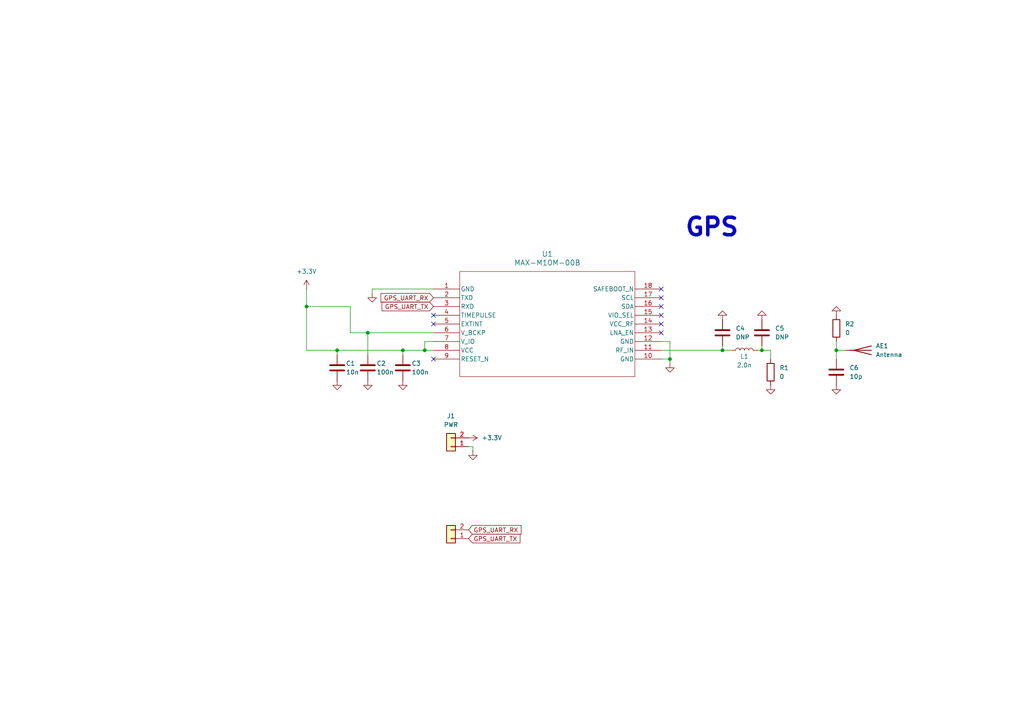
<source format=kicad_sch>
(kicad_sch (version 20231120) (generator "eeschema") (generator_version "8.0")
  (paper "A4")
  (lib_symbols
    (symbol "Connector_Generic:Conn_01x02" (pin_names (offset 1.016) hide)
      (property "Reference" "J" (at 0 2.54 0))
      (property "Value" "Conn_01x02" (at 0 -5.08 0))
      (symbol "Conn_01x02_1_1"
        (rectangle (start -1.27 -2.413) (end 0 -2.667) (stroke (width 0.1524)))
        (rectangle (start -1.27 0.127) (end 0 -0.127) (stroke (width 0.1524)))
        (rectangle (start -1.27 1.27) (end 1.27 -3.81) (stroke (width 0.254)) (fill (type background)))
        (pin passive line (at -5.08 0 0) (length 3.81) (name "Pin_1") (number "1"))
        (pin passive line (at -5.08 -2.54 0) (length 3.81) (name "Pin_2") (number "2"))
      )
    )
    (symbol "Device:Antenna" (pin_numbers hide) (pin_names (offset 1.016) hide)
      (property "Reference" "AE" (at -1.905 1.905 0))
      (property "Value" "Antenna" (at -1.905 0 0))
      (symbol "Antenna_0_1"
        (polyline (pts (xy 0 2.54) (xy 0 -3.81)) (stroke (width 0.254)))
        (polyline (pts (xy 1.27 2.54) (xy 0 -2.54) (xy -1.27 2.54)) (stroke (width 0.254)))
      )
      (symbol "Antenna_1_1"
        (pin input line (at 0 -5.08 90) (length 2.54) (name "A") (number "1"))
      )
    )
    (symbol "Device:C" (pin_numbers hide) (pin_names (offset 0.254))
      (property "Reference" "C" (at 0.635 2.54 0))
      (property "Value" "C" (at 0.635 -2.54 0))
      (symbol "C_0_1"
        (polyline (pts (xy -2.032 -0.762) (xy 2.032 -0.762)) (stroke (width 0.508)))
        (polyline (pts (xy -2.032 0.762) (xy 2.032 0.762)) (stroke (width 0.508)))
      )
      (symbol "C_1_1"
        (pin passive line (at 0 3.81 270) (length 2.794) (name "~") (number "1"))
        (pin passive line (at 0 -3.81 90) (length 2.794) (name "~") (number "2"))
      )
    )
    (symbol "Device:L" (pin_numbers hide) (pin_names (offset 1.016) hide)
      (property "Reference" "L" (at -1.27 0 90))
      (property "Value" "L" (at 1.905 0 90))
      (symbol "L_0_1"
        (arc (start 0 -2.54) (mid 0.6323 -1.905) (end 0 -1.27))
        (arc (start 0 -1.27) (mid 0.6323 -0.635) (end 0 0))
        (arc (start 0 0) (mid 0.6323 0.635) (end 0 1.27))
        (arc (start 0 1.27) (mid 0.6323 1.905) (end 0 2.54))
      )
      (symbol "L_1_1"
        (pin passive line (at 0 3.81 270) (length 1.27) (name "1") (number "1"))
        (pin passive line (at 0 -3.81 90) (length 1.27) (name "2") (number "2"))
      )
    )
    (symbol "Device:R" (pin_numbers hide) (pin_names (offset 0))
      (property "Reference" "R" (at 2.032 0 90))
      (property "Value" "R" (at 0 0 90))
      (symbol "R_0_1"
        (rectangle (start -1.016 -2.54) (end 1.016 2.54) (stroke (width 0.254)))
      )
      (symbol "R_1_1"
        (pin passive line (at 0 3.81 270) (length 1.27) (name "~") (number "1"))
        (pin passive line (at 0 -3.81 90) (length 1.27) (name "~") (number "2"))
      )
    )
    (symbol "MAX-M10M:MAX-M10M-00B" (pin_names (offset 0.254))
      (property "Reference" "U" (at 33.02 10.16 0))
      (property "Value" "MAX-M10M-00B" (at 33.02 7.62 0))
      (symbol "MAX-M10M-00B_0_1"
        (polyline (pts (xy 7.62 -25.4) (xy 58.42 -25.4)) (stroke (width 0.127)))
        (polyline (pts (xy 7.62 5.08) (xy 7.62 -25.4)) (stroke (width 0.127)))
        (polyline (pts (xy 58.42 -25.4) (xy 58.42 5.08)) (stroke (width 0.127)))
        (polyline (pts (xy 58.42 5.08) (xy 7.62 5.08)) (stroke (width 0.127)))
        (pin power_out line (at 0 0 0) (length 7.62) (name "GND") (number "1"))
        (pin power_out line (at 66.04 -20.32 180) (length 7.62) (name "GND") (number "10"))
        (pin input line (at 66.04 -17.78 180) (length 7.62) (name "RF_IN") (number "11"))
        (pin power_out line (at 66.04 -15.24 180) (length 7.62) (name "GND") (number "12"))
        (pin output line (at 66.04 -12.7 180) (length 7.62) (name "LNA_EN") (number "13"))
        (pin output line (at 66.04 -10.16 180) (length 7.62) (name "VCC_RF") (number "14"))
        (pin input line (at 66.04 -7.62 180) (length 7.62) (name "VIO_SEL") (number "15"))
        (pin bidirectional line (at 66.04 -5.08 180) (length 7.62) (name "SDA") (number "16"))
        (pin input line (at 66.04 -2.54 180) (length 7.62) (name "SCL") (number "17"))
        (pin input line (at 66.04 0 180) (length 7.62) (name "SAFEBOOT_N") (number "18"))
        (pin output line (at 0 -2.54 0) (length 7.62) (name "TXD") (number "2"))
        (pin input line (at 0 -5.08 0) (length 7.62) (name "RXD") (number "3"))
        (pin output line (at 0 -7.62 0) (length 7.62) (name "TIMEPULSE") (number "4"))
        (pin input line (at 0 -10.16 0) (length 7.62) (name "EXTINT") (number "5"))
        (pin power_in line (at 0 -12.7 0) (length 7.62) (name "V_BCKP") (number "6"))
        (pin power_in line (at 0 -15.24 0) (length 7.62) (name "V_IO") (number "7"))
        (pin power_in line (at 0 -17.78 0) (length 7.62) (name "VCC") (number "8"))
        (pin input line (at 0 -20.32 0) (length 7.62) (name "RESET_N") (number "9"))
      )
    )
    (symbol "power:+3.3V" (power) (pin_numbers hide) (pin_names (offset 0) hide)
      (property "Value" "+3.3V" (at 0 3.556 0))
      (symbol "+3.3V_0_1"
        (polyline (pts (xy -0.762 1.27) (xy 0 2.54)))
        (polyline (pts (xy 0 0) (xy 0 2.54)))
        (polyline (pts (xy 0 2.54) (xy 0.762 1.27)))
      )
      (symbol "+3.3V_1_1"
        (pin power_in line (at 0 0 90) (length 0) (name "~") (number "1"))
      )
    )
    (symbol "power:GND" (power) (pin_numbers hide) (pin_names (offset 0) hide)
      (property "Value" "GND" (at 0 -3.81 0))
      (symbol "GND_0_1"
        (polyline (pts (xy 0 0) (xy 0 -1.27) (xy 1.27 -1.27) (xy 0 -2.54) (xy -1.27 -1.27) (xy 0 -1.27)))
      )
      (symbol "GND_1_1"
        (pin power_in line (at 0 0 270) (length 0) (name "~") (number "1"))
      )
    )
  )
  (junction (at 123.19 101.6))
  (junction (at 88.9 88.9))
  (junction (at 194.31 104.14))
  (junction (at 97.79 101.6))
  (junction (at 209.55 101.6))
  (junction (at 106.68 96.52))
  (junction (at 116.84 101.6))
  (junction (at 242.57 101.6))
  (junction (at 220.98 101.6))
  (no_connect (at 191.77 96.52))
  (no_connect (at 191.77 93.98))
  (no_connect (at 125.73 91.44))
  (no_connect (at 125.73 93.98))
  (no_connect (at 191.77 91.44))
  (no_connect (at 125.73 104.14))
  (no_connect (at 191.77 88.9))
  (no_connect (at 191.77 86.36))
  (no_connect (at 191.77 83.82))
  (wire (pts (xy 88.9 88.9) (xy 101.6 88.9)))
  (wire (pts (xy 116.84 101.6) (xy 123.19 101.6)))
  (wire (pts (xy 88.9 83.82) (xy 88.9 88.9)))
  (wire (pts (xy 191.77 99.06) (xy 194.31 99.06)))
  (wire (pts (xy 223.52 104.14) (xy 223.52 101.6)))
  (wire (pts (xy 191.77 104.14) (xy 194.31 104.14)))
  (wire (pts (xy 88.9 88.9) (xy 88.9 101.6)))
  (wire (pts (xy 106.68 96.52) (xy 106.68 102.87)))
  (wire (pts (xy 106.68 96.52) (xy 101.6 96.52)))
  (wire (pts (xy 97.79 101.6) (xy 116.84 101.6)))
  (wire (pts (xy 125.73 99.06) (xy 123.19 99.06)))
  (wire (pts (xy 242.57 101.6) (xy 245.11 101.6)))
  (wire (pts (xy 123.19 99.06) (xy 123.19 101.6)))
  (wire (pts (xy 123.19 101.6) (xy 125.73 101.6)))
  (wire (pts (xy 135.89 129.54) (xy 137.16 129.54)))
  (wire (pts (xy 220.98 101.6) (xy 219.71 101.6)))
  (wire (pts (xy 242.57 104.14) (xy 242.57 101.6)))
  (wire (pts (xy 116.84 101.6) (xy 116.84 102.87)))
  (wire (pts (xy 97.79 101.6) (xy 97.79 102.87)))
  (wire (pts (xy 191.77 101.6) (xy 209.55 101.6)))
  (wire (pts (xy 223.52 101.6) (xy 220.98 101.6)))
  (wire (pts (xy 212.09 101.6) (xy 209.55 101.6)))
  (wire (pts (xy 107.95 83.82) (xy 107.95 85.09)))
  (wire (pts (xy 194.31 105.41) (xy 194.31 104.14)))
  (wire (pts (xy 88.9 101.6) (xy 97.79 101.6)))
  (wire (pts (xy 137.16 129.54) (xy 137.16 130.81)))
  (wire (pts (xy 220.98 100.33) (xy 220.98 101.6)))
  (wire (pts (xy 101.6 88.9) (xy 101.6 96.52)))
  (wire (pts (xy 125.73 96.52) (xy 106.68 96.52)))
  (wire (pts (xy 194.31 99.06) (xy 194.31 104.14)))
  (wire (pts (xy 209.55 101.6) (xy 209.55 100.33)))
  (wire (pts (xy 242.57 99.06) (xy 242.57 101.6)))
  (wire (pts (xy 125.73 83.82) (xy 107.95 83.82)))
  (text "GPS\n" (at 206.502 66.04 0) (effects (font (size 5.08 5.08) (bold yes))))
  (global_label "GPS_UART_TX" (shape input) (at 135.89 156.21 0) (property "Intersheetrefs" "${INTERSHEET_REFS}" (effects (hide yes))))
  (global_label "GPS_UART_RX" (shape input) (at 125.73 86.36 180) (property "Intersheetrefs" "${INTERSHEET_REFS}" (effects (hide yes))))
  (global_label "GPS_UART_TX" (shape input) (at 125.73 88.9 180) (property "Intersheetrefs" "${INTERSHEET_REFS}" (effects (hide yes))))
  (global_label "GPS_UART_RX" (shape input) (at 135.89 153.67 0) (property "Intersheetrefs" "${INTERSHEET_REFS}" (effects (hide yes))))
  (symbol (lib_id "power:GND") (at 107.95 85.09 0) (unit 1)
    (property "Reference" "#PWR05" (effects (hide yes)))
    (property "Value" "GND" (effects (hide yes)))
    (property "Description" "Power symbol creates a global label with name \"GND\" , ground" (effects (hide yes)))
  )
  (symbol (lib_id "power:GND") (at 223.52 111.76 0) (unit 1)
    (property "Reference" "#PWR010" (effects (hide yes)))
    (property "Value" "GND" (effects (hide yes)))
    (property "Description" "Power symbol creates a global label with name \"GND\" , ground" (effects (hide yes)))
  )
  (symbol (lib_id "Device:C") (at 220.98 96.52 0) (unit 1)
    (property "Reference" "C5" (at 224.79 95.2499 0) (effects (justify left)))
    (property "Value" "DNP" (at 224.79 97.7899 0) (effects (justify left)))
    (property "Footprint" "Capacitor_SMD:C_0603_1608Metric" (effects (hide yes)))
    (property "Description" "Unpolarized capacitor" (effects (hide yes)))
  )
  (symbol (lib_id "Device:R") (at 223.52 107.95 0) (unit 1)
    (property "Reference" "R1" (at 226.06 106.6799 0) (effects (justify left)))
    (property "Value" "0" (at 226.06 109.2199 0) (effects (justify left)))
    (property "Footprint" "Resistor_SMD:R_0603_1608Metric" (effects (hide yes)))
    (property "Description" "Resistor" (effects (hide yes)))
  )
  (symbol (lib_id "Device:C") (at 97.79 106.68 0) (unit 1)
    (property "Reference" "C1" (at 100.33 105.41 0) (effects (justify left)))
    (property "Value" "10n" (at 100.33 107.95 0) (effects (justify left)))
    (property "Footprint" "Capacitor_SMD:C_1206_3216Metric" (effects (hide yes)))
    (property "Description" "Unpolarized capacitor" (effects (hide yes)))
  )
  (symbol (lib_id "Device:C") (at 242.57 107.95 0) (unit 1)
    (property "Reference" "C6" (at 246.38 106.6799 0) (effects (justify left)))
    (property "Value" "10p" (at 246.38 109.2199 0) (effects (justify left)))
    (property "Footprint" "Capacitor_SMD:C_0603_1608Metric" (effects (hide yes)))
    (property "Description" "Unpolarized capacitor" (effects (hide yes)))
  )
  (symbol (lib_id "Device:L") (at 215.9 101.6 270) (mirror x) (unit 1)
    (property "Reference" "L1" (at 215.9 103.378 90))
    (property "Value" "2.0n" (at 215.9 105.918 90))
    (property "Footprint" "Inductor_SMD:L_0603_1608Metric" (effects (hide yes)))
    (property "Description" "Inductor" (effects (hide yes)))
  )
  (symbol (lib_id "Connector_Generic:Conn_01x02") (at 130.81 129.54 180) (unit 1)
    (property "Reference" "J1" (at 130.81 120.65 0))
    (property "Value" "PWR" (at 130.81 123.19 0))
    (property "Footprint" "Connector_PinHeader_2.54mm:PinHeader_1x02_P2.54mm_Vertical" (effects (hide yes)))
    (property "Description" "Generic connector, single row, 01x02, script generated (kicad-library-utils/schlib/autogen/connector/)" (effects (hide yes)))
  )
  (symbol (lib_id "Device:C") (at 209.55 96.52 0) (unit 1)
    (property "Reference" "C4" (at 213.36 95.2499 0) (effects (justify left)))
    (property "Value" "DNP" (at 213.36 97.7899 0) (effects (justify left)))
    (property "Footprint" "Capacitor_SMD:C_0603_1608Metric" (effects (hide yes)))
    (property "Description" "Unpolarized capacitor" (effects (hide yes)))
  )
  (symbol (lib_id "Device:C") (at 116.84 106.68 0) (unit 1)
    (property "Reference" "C3" (at 119.38 105.41 0) (effects (justify left)))
    (property "Value" "100n" (at 119.38 107.95 0) (effects (justify left)))
    (property "Footprint" "Capacitor_SMD:C_1206_3216Metric" (effects (hide yes)))
    (property "Description" "Unpolarized capacitor" (effects (hide yes)))
  )
  (symbol (lib_id "power:GND") (at 220.98 92.71 180) (unit 1)
    (property "Reference" "#PWR012" (effects (hide yes)))
    (property "Value" "GND" (effects (hide yes)))
    (property "Description" "Power symbol creates a global label with name \"GND\" , ground" (effects (hide yes)))
  )
  (symbol (lib_id "power:+3.3V") (at 135.89 127 270) (unit 1)
    (property "Reference" "#PWR08" (effects (hide yes)))
    (property "Value" "+3.3V" (at 139.7 126.9999 90) (effects (justify left)))
    (property "Description" "Power symbol creates a global label with name \"+3.3V\"" (effects (hide yes)))
  )
  (symbol (lib_id "Device:R") (at 242.57 95.25 0) (unit 1)
    (property "Reference" "R2" (at 245.11 93.9799 0) (effects (justify left)))
    (property "Value" "0" (at 245.11 96.5199 0) (effects (justify left)))
    (property "Footprint" "Resistor_SMD:R_0603_1608Metric" (effects (hide yes)))
    (property "Description" "Resistor" (effects (hide yes)))
  )
  (symbol (lib_id "power:GND") (at 97.79 110.49 0) (unit 1)
    (property "Reference" "#PWR02" (effects (hide yes)))
    (property "Value" "GND" (effects (hide yes)))
    (property "Description" "Power symbol creates a global label with name \"GND\" , ground" (effects (hide yes)))
  )
  (symbol (lib_id "power:GND") (at 137.16 130.81 0) (unit 1)
    (property "Reference" "#PWR09" (effects (hide yes)))
    (property "Value" "GND" (effects (hide yes)))
    (property "Description" "Power symbol creates a global label with name \"GND\" , ground" (effects (hide yes)))
  )
  (symbol (lib_id "power:GND") (at 194.31 105.41 0) (unit 1)
    (property "Reference" "#PWR07" (effects (hide yes)))
    (property "Value" "GND" (effects (hide yes)))
    (property "Description" "Power symbol creates a global label with name \"GND\" , ground" (effects (hide yes)))
  )
  (symbol (lib_id "power:GND") (at 242.57 91.44 180) (unit 1)
    (property "Reference" "#PWR013" (effects (hide yes)))
    (property "Value" "GND" (effects (hide yes)))
    (property "Description" "Power symbol creates a global label with name \"GND\" , ground" (effects (hide yes)))
  )
  (symbol (lib_id "power:GND") (at 242.57 111.76 0) (unit 1)
    (property "Reference" "#PWR014" (effects (hide yes)))
    (property "Value" "GND" (effects (hide yes)))
    (property "Description" "Power symbol creates a global label with name \"GND\" , ground" (effects (hide yes)))
  )
  (symbol (lib_id "power:GND") (at 106.68 110.49 0) (unit 1)
    (property "Reference" "#PWR04" (effects (hide yes)))
    (property "Value" "GND" (effects (hide yes)))
    (property "Description" "Power symbol creates a global label with name \"GND\" , ground" (effects (hide yes)))
  )
  (symbol (lib_id "power:GND") (at 116.84 110.49 0) (unit 1)
    (property "Reference" "#PWR06" (effects (hide yes)))
    (property "Value" "GND" (effects (hide yes)))
    (property "Description" "Power symbol creates a global label with name \"GND\" , ground" (effects (hide yes)))
  )
  (symbol (lib_id "power:GND") (at 209.55 92.71 180) (unit 1)
    (property "Reference" "#PWR011" (effects (hide yes)))
    (property "Value" "GND" (effects (hide yes)))
    (property "Description" "Power symbol creates a global label with name \"GND\" , ground" (effects (hide yes)))
  )
  (symbol (lib_id "Connector_Generic:Conn_01x02") (at 130.81 156.21 180) (unit 1)
    (property "Reference" "J3" (effects (hide yes)))
    (property "Value" "UART" (effects (hide yes)))
    (property "Footprint" "Connector_PinHeader_2.54mm:PinHeader_1x02_P2.54mm_Vertical" (effects (hide yes)))
    (property "Description" "Generic connector, single row, 01x02, script generated (kicad-library-utils/schlib/autogen/connector/)" (effects (hide yes)))
  )
  (symbol (lib_id "MAX-M10M:MAX-M10M-00B") (at 125.73 83.82 0) (unit 1)
    (property "Reference" "U1" (at 158.75 73.66 0) (effects (font (size 1.524 1.524))))
    (property "Value" "MAX-M10M-00B" (at 158.75 76.2 0) (effects (font (size 1.524 1.524))))
    (property "Footprint" "PicoAPRS Custom Parts:MOD18_MAX-M10M_UBL" (effects (hide yes)))
    (property "Datasheet" "MAX-M10M-00B" (effects (hide yes)))
  )
  (symbol (lib_id "Device:C") (at 106.68 106.68 0) (unit 1)
    (property "Reference" "C2" (at 109.22 105.41 0) (effects (justify left)))
    (property "Value" "100n" (at 109.22 107.95 0) (effects (justify left)))
    (property "Footprint" "Capacitor_SMD:C_1206_3216Metric" (effects (hide yes)))
    (property "Description" "Unpolarized capacitor" (effects (hide yes)))
  )
  (symbol (lib_id "Device:Antenna") (at 250.19 101.6 270) (unit 1)
    (property "Reference" "AE1" (at 254 100.3299 90) (effects (justify left)))
    (property "Value" "Antenna" (at 254 102.8699 90) (effects (justify left)))
    (property "Footprint" "PicoAPRS-CustomFootprints:AC30157-01 GNSS Ceramic Chip" (effects (hide yes)))
    (property "Description" "Antenna" (effects (hide yes)))
  )
  (symbol (lib_id "power:+3.3V") (at 88.9 83.82 0) (unit 1)
    (property "Reference" "#PWR01" (effects (hide yes)))
    (property "Value" "+3.3V" (at 88.9 78.74 0))
    (property "Description" "Power symbol creates a global label with name \"+3.3V\"" (effects (hide yes)))
  )
)
</source>
